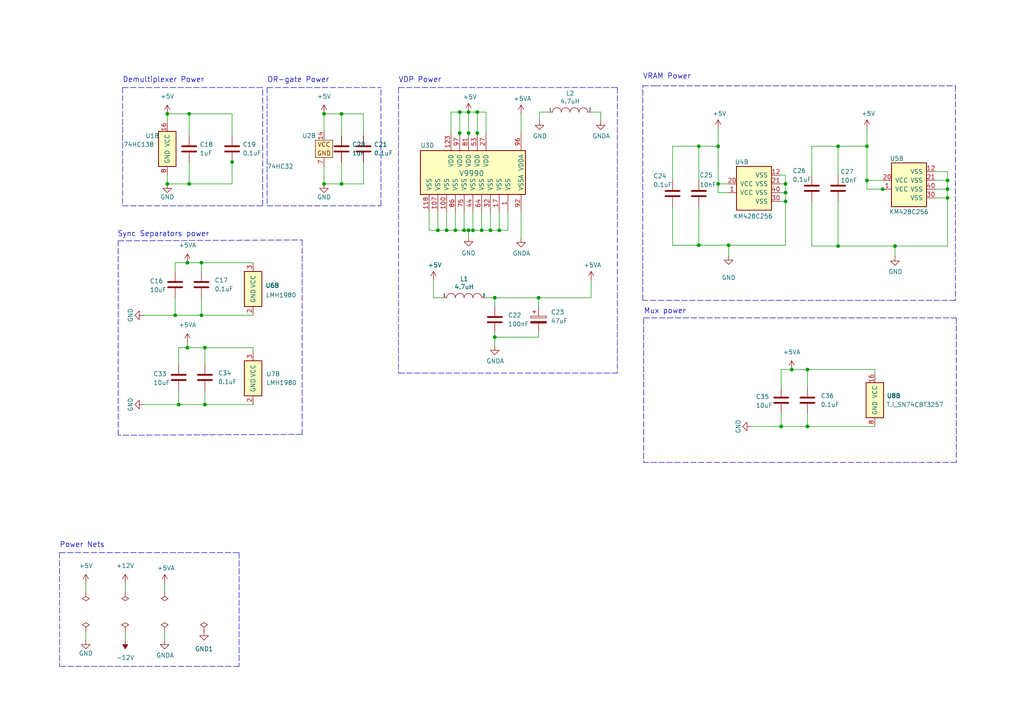
<source format=kicad_sch>
(kicad_sch (version 20211123) (generator eeschema)
  (paper "A4")
  (title_block (title "TRH9000S (Superimpose)") (date "2022-11-25") (rev "0.1") (company "The Retro Hacker") (comment 2 "Shared under CERN-OHL-S license") (comment 3 "TRH9000S - Open Source MSX Graphics Card based on the Yamaha V9990") (comment 4 "Designed  by: Cristiano Goncalves"))
  (lib_symbols
    (symbol "Device:C" (pin_numbers hide) (pin_names (offset 0.254))
      (property "Reference" "C" (at 0.635 2.54 0))
      (property "Value" "C" (at 0.635 -2.54 0))
      (symbol "C_1_1"
        (pin passive line (at 0 3.81 270) (length 2.794) (name "~") (number "1"))
        (pin passive line (at 0 -3.81 90) (length 2.794) (name "~") (number "2"))
      )
    )
    (symbol "Device:C_Polarized" (pin_numbers hide) (pin_names (offset 0.254))
      (property "Reference" "C" (at 0.635 2.54 0))
      (property "Value" "C_Polarized" (at 0.635 -2.54 0))
      (symbol "C_Polarized_1_1"
        (pin passive line (at 0 3.81 270) (length 2.794) (name "~") (number "1"))
        (pin passive line (at 0 -3.81 90) (length 2.794) (name "~") (number "2"))
      )
    )
    (symbol "KM428C256_1" (pin_names (offset 1.016))
      (property "Reference" "U4" (at -11.43 24.13 0))
      (property "Value" "KM428C256_1" (at -6.35 -31.75 0))
      (symbol "KM428C256_1_1_1"
        (pin bidirectional line (at 15.24 15.24 180) (length 2.54) (name "W2/DQ2") (number "10"))
        (pin bidirectional line (at 15.24 12.7 180) (length 2.54) (name "W3/DQ3") (number "11"))
        (pin input line (at -15.24 -12.7 0) (length 2.54) (name "~{WB}/~{WE}") (number "13"))
        (pin input line (at -15.24 -5.08 0) (length 2.54) (name "~{RAS}") (number "14"))
        (pin input line (at -15.24 0 0) (length 2.54) (name "A8") (number "15"))
        (pin input line (at -15.24 2.54 0) (length 2.54) (name "A7") (number "16"))
        (pin input line (at -15.24 5.08 0) (length 2.54) (name "A6") (number "17"))
        (pin input line (at -15.24 7.62 0) (length 2.54) (name "A5") (number "18"))
        (pin input line (at -15.24 10.16 0) (length 2.54) (name "A4") (number "19"))
        (pin input line (at 15.24 -25.4 180) (length 2.54) (name "SC") (number "2"))
        (pin input line (at -15.24 12.7 0) (length 2.54) (name "A3") (number "22"))
        (pin input line (at -15.24 15.24 0) (length 2.54) (name "A2") (number "23"))
        (pin input line (at -15.24 17.78 0) (length 2.54) (name "A1") (number "24"))
        (pin input line (at -15.24 20.32 0) (length 2.54) (name "A0") (number "25"))
        (pin input line (at -15.24 -22.86 0) (length 2.54) (name "QSF") (number "26"))
        (pin input line (at -15.24 -7.62 0) (length 2.54) (name "~{CAS}") (number "27"))
        (pin no_connect line (at 10.16 0 180) (length 2.54) hide (name "N/C") (number "28"))
        (pin input line (at -15.24 -25.4 0) (length 2.54) (name "DSF") (number "29"))
        (pin bidirectional line (at 15.24 -2.54 180) (length 2.54) (name "SDQ0") (number "3"))
        (pin bidirectional line (at 15.24 10.16 180) (length 2.54) (name "W4/DQ4") (number "31"))
        (pin bidirectional line (at 15.24 7.62 180) (length 2.54) (name "W5/DQ5") (number "32"))
        (pin bidirectional line (at 15.24 5.08 180) (length 2.54) (name "W6/DQ6") (number "33"))
        (pin bidirectional line (at 15.24 2.54 180) (length 2.54) (name "W7/DQ7") (number "34"))
        (pin input line (at 15.24 -27.94 180) (length 2.54) (name "~{SE}") (number "35"))
        (pin bidirectional line (at 15.24 -12.7 180) (length 2.54) (name "SDQ4") (number "36"))
        (pin bidirectional line (at 15.24 -15.24 180) (length 2.54) (name "SDQ5") (number "37"))
        (pin bidirectional line (at 15.24 -17.78 180) (length 2.54) (name "SDQ6") (number "38"))
        (pin bidirectional line (at 15.24 -20.32 180) (length 2.54) (name "SDQ7") (number "39"))
        (pin bidirectional line (at 15.24 -5.08 180) (length 2.54) (name "SDQ1") (number "4"))
        (pin bidirectional line (at 15.24 -7.62 180) (length 2.54) (name "SDQ2") (number "5"))
        (pin bidirectional line (at 15.24 -10.16 180) (length 2.54) (name "SDQ3") (number "6"))
        (pin input line (at -15.24 -10.16 0) (length 2.54) (name "~{DT}/~{OE}") (number "7"))
        (pin bidirectional line (at 15.24 20.32 180) (length 2.54) (name "W0/DQ0") (number "8"))
        (pin bidirectional line (at 15.24 17.78 180) (length 2.54) (name "W1/DQ1") (number "9"))
      )
      (symbol "KM428C256_1_2_1"
        (pin power_in line (at 0 7.62 270) (length 2.54) (name "VCC") (number "1"))
        (pin power_in line (at 5.08 -7.62 90) (length 2.54) (name "VSS") (number "12"))
        (pin power_in line (at 2.54 7.62 270) (length 2.54) (name "VCC") (number "20"))
        (pin power_in line (at 2.54 -7.62 90) (length 2.54) (name "VSS") (number "21"))
        (pin power_in line (at -2.54 -7.62 90) (length 2.54) (name "VSS") (number "30"))
        (pin power_in line (at 0 -7.62 90) (length 2.54) (name "VSS") (number "40"))
      )
    )
    (symbol "TRH9000:74VHC138" (pin_names (offset 0.762))
      (property "Reference" "U1" (at -6.35 13.97 0))
      (property "Value" "74VHC138" (at -6.35 -13.97 0))
      (symbol "74VHC138_1_0"
        (text "&" (at -3.81 10.795 0) (effects (font (size 1.27 1.27))))
      )
      (symbol "74VHC138_1_1"
        (pin input line (at -8.89 -3.81 0) (length 2.54) (name "A0") (number "1"))
        (pin output line (at 10.16 -5.08 180) (length 2.54) (name "~{Y5}") (number "10"))
        (pin output line (at 10.16 -2.54 180) (length 2.54) (name "~{Y4}") (number "11"))
        (pin output line (at 10.16 0 180) (length 2.54) (name "~{Y3}") (number "12"))
        (pin output line (at 10.16 2.54 180) (length 2.54) (name "~{Y2}") (number "13"))
        (pin output line (at 10.16 5.08 180) (length 2.54) (name "~{Y1}") (number "14"))
        (pin output line (at 10.16 7.62 180) (length 2.54) (name "~{Y0}") (number "15"))
        (pin input line (at -8.89 -6.35 0) (length 2.54) (name "A1") (number "2"))
        (pin input line (at -8.89 -8.89 0) (length 2.54) (name "A2") (number "3"))
        (pin input line (at -8.89 7.62 0) (length 2.54) (name "~{G2A}") (number "4"))
        (pin input line (at -8.89 5.08 0) (length 2.54) (name "~{G2B}") (number "5"))
        (pin input line (at -8.89 2.54 0) (length 2.54) (name "G1") (number "6"))
        (pin output line (at 10.16 -10.16 180) (length 2.54) (name "~{Y7}") (number "7"))
        (pin output line (at 10.16 -7.62 180) (length 2.54) (name "~{Y6}") (number "9"))
      )
      (symbol "74VHC138_2_0"
        (pin power_in line (at 0 7.62 270) (length 2.54) (name "VCC") (number "16"))
      )
      (symbol "74VHC138_2_1"
        (pin power_in line (at 0 -7.62 90) (length 2.54) (name "GND") (number "8"))
      )
    )
    (symbol "TRH9000:KM428C256" (pin_names (offset 1.016))
      (property "Reference" "U4" (at -11.43 24.13 0))
      (property "Value" "KM428C256" (at -6.35 -31.75 0))
      (symbol "KM428C256_1_1"
        (pin bidirectional line (at 15.24 15.24 180) (length 2.54) (name "W2/DQ2") (number "10"))
        (pin bidirectional line (at 15.24 12.7 180) (length 2.54) (name "W3/DQ3") (number "11"))
        (pin input line (at -15.24 -12.7 0) (length 2.54) (name "~{WB}/~{WE}") (number "13"))
        (pin input line (at -15.24 -5.08 0) (length 2.54) (name "~{RAS}") (number "14"))
        (pin input line (at -15.24 0 0) (length 2.54) (name "A8") (number "15"))
        (pin input line (at -15.24 2.54 0) (length 2.54) (name "A7") (number "16"))
        (pin input line (at -15.24 5.08 0) (length 2.54) (name "A6") (number "17"))
        (pin input line (at -15.24 7.62 0) (length 2.54) (name "A5") (number "18"))
        (pin input line (at -15.24 10.16 0) (length 2.54) (name "A4") (number "19"))
        (pin input line (at 15.24 -25.4 180) (length 2.54) (name "SC") (number "2"))
        (pin input line (at -15.24 12.7 0) (length 2.54) (name "A3") (number "22"))
        (pin input line (at -15.24 15.24 0) (length 2.54) (name "A2") (number "23"))
        (pin input line (at -15.24 17.78 0) (length 2.54) (name "A1") (number "24"))
        (pin input line (at -15.24 20.32 0) (length 2.54) (name "A0") (number "25"))
        (pin input line (at -15.24 -22.86 0) (length 2.54) (name "QSF") (number "26"))
        (pin input line (at -15.24 -7.62 0) (length 2.54) (name "~{CAS}") (number "27"))
        (pin no_connect line (at 10.16 0 180) (length 2.54) hide (name "N/C") (number "28"))
        (pin input line (at -15.24 -25.4 0) (length 2.54) (name "DSF") (number "29"))
        (pin bidirectional line (at 15.24 -2.54 180) (length 2.54) (name "SDQ0") (number "3"))
        (pin bidirectional line (at 15.24 10.16 180) (length 2.54) (name "W4/DQ4") (number "31"))
        (pin bidirectional line (at 15.24 7.62 180) (length 2.54) (name "W5/DQ5") (number "32"))
        (pin bidirectional line (at 15.24 5.08 180) (length 2.54) (name "W6/DQ6") (number "33"))
        (pin bidirectional line (at 15.24 2.54 180) (length 2.54) (name "W7/DQ7") (number "34"))
        (pin input line (at 15.24 -27.94 180) (length 2.54) (name "~{SE}") (number "35"))
        (pin bidirectional line (at 15.24 -12.7 180) (length 2.54) (name "SDQ4") (number "36"))
        (pin bidirectional line (at 15.24 -15.24 180) (length 2.54) (name "SDQ5") (number "37"))
        (pin bidirectional line (at 15.24 -17.78 180) (length 2.54) (name "SDQ6") (number "38"))
        (pin bidirectional line (at 15.24 -20.32 180) (length 2.54) (name "SDQ7") (number "39"))
        (pin bidirectional line (at 15.24 -5.08 180) (length 2.54) (name "SDQ1") (number "4"))
        (pin bidirectional line (at 15.24 -7.62 180) (length 2.54) (name "SDQ2") (number "5"))
        (pin bidirectional line (at 15.24 -10.16 180) (length 2.54) (name "SDQ3") (number "6"))
        (pin input line (at -15.24 -10.16 0) (length 2.54) (name "~{DT}/~{OE}") (number "7"))
        (pin bidirectional line (at 15.24 20.32 180) (length 2.54) (name "W0/DQ0") (number "8"))
        (pin bidirectional line (at 15.24 17.78 180) (length 2.54) (name "W1/DQ1") (number "9"))
      )
      (symbol "KM428C256_2_1"
        (pin power_in line (at 0 7.62 270) (length 2.54) (name "VCC") (number "1"))
        (pin power_in line (at 5.08 -7.62 90) (length 2.54) (name "VSS") (number "12"))
        (pin power_in line (at 2.54 7.62 270) (length 2.54) (name "VCC") (number "20"))
        (pin power_in line (at 2.54 -7.62 90) (length 2.54) (name "VSS") (number "21"))
        (pin power_in line (at -2.54 -7.62 90) (length 2.54) (name "VSS") (number "30"))
        (pin power_in line (at 0 -7.62 90) (length 2.54) (name "VSS") (number "40"))
      )
    )
    (symbol "TRH9000:LMH1980" (pin_names (offset 1.016))
      (property "Reference" "U6" (at 0 14.4018 0))
      (property "Value" "LMH1980" (at 0 12.0904 0))
      (symbol "LMH1980_1_1"
        (pin input line (at -10.16 0 0) (length 2.54) (name "REXT") (number "1"))
        (pin output line (at 10.16 -5.08 180) (length 2.54) (name "OEOUT") (number "10"))
        (pin input line (at -10.16 2.54 0) (length 2.54) (name "VIN") (number "4"))
        (pin output line (at 10.16 7.62 180) (length 2.54) (name "~{HD}") (number "5"))
        (pin output line (at 10.16 5.08 180) (length 2.54) (name "HSOUT") (number "6"))
        (pin output line (at 10.16 2.54 180) (length 2.54) (name "VSOUT") (number "7"))
        (pin output line (at 10.16 0 180) (length 2.54) (name "CSOUT") (number "8"))
        (pin output line (at 10.16 -2.54 180) (length 2.54) (name "BPOUT") (number "9"))
      )
      (symbol "LMH1980_2_1"
        (pin power_in line (at 0 -7.62 90) (length 2.54) (name "GND") (number "2"))
        (pin power_in line (at 0 7.62 270) (length 2.54) (name "VCC") (number "3"))
      )
    )
    (symbol "TRH9000:T.I_SN74AHCT32D" (pin_names (offset 1))
      (property "Reference" "U5" (at -22.86 17.78 0))
      (property "Value" "T.I_SN74AHCT32D" (at -22.86 15.24 0))
      (symbol "T.I_SN74AHCT32D_1_1"
        (pin input line (at -10.16 10.16 0) (length 2.54) (name "1A") (number "1"))
        (pin input line (at -10.16 -2.54 0) (length 2.54) (name "3B") (number "10"))
        (pin output line (at 10.16 -7.62 180) (length 2.54) (name "4Y") (number "11"))
        (pin input line (at -10.16 -5.08 0) (length 2.54) (name "4A") (number "12"))
        (pin input line (at -10.16 -7.62 0) (length 2.54) (name "4B") (number "13"))
        (pin input line (at -10.16 7.62 0) (length 2.54) (name "1B") (number "2"))
        (pin output line (at 10.16 7.62 180) (length 2.54) (name "1Y") (number "3"))
        (pin input line (at -10.16 5.08 0) (length 2.54) (name "2A") (number "4"))
        (pin input line (at -10.16 2.54 0) (length 2.54) (name "2B") (number "5"))
        (pin output line (at 10.16 2.54 180) (length 2.54) (name "2Y") (number "6"))
        (pin output line (at 10.16 -2.54 180) (length 2.54) (name "3Y") (number "8"))
        (pin input line (at -10.16 0 0) (length 2.54) (name "3A") (number "9"))
      )
      (symbol "T.I_SN74AHCT32D_2_0"
        (text "GND" (at 0 -1.27 0) (effects (font (size 1.27 1.27))))
        (text "VCC" (at 0 1.27 0) (effects (font (size 1.27 1.27))))
      )
      (symbol "T.I_SN74AHCT32D_2_1"
        (pin power_in line (at 0 5.08 270) (length 2.54) (name "VCC") (number "14"))
        (pin power_in line (at 0 -5.08 90) (length 2.54) (name "GND") (number "7"))
      )
    )
    (symbol "TRH9000:T.I_SN74CBT3257" (pin_names (offset 0.762))
      (property "Reference" "U7" (at 5.08 16.51 0))
      (property "Value" "T.I_SN74CBT3257" (at 1.27 -16.51 0))
      (symbol "T.I_SN74CBT3257_1_0"
        (text "Control" (at -3.175 12.065 0) (effects (font (size 0.8 0.8))))
        (text "Select" (at -3.429 13.462 0) (effects (font (size 0.8 0.8))))
      )
      (symbol "T.I_SN74CBT3257_1_1"
        (pin input line (at -10.16 12.7 0) (length 2.54) (name "S") (number "1"))
        (pin bidirectional line (at -10.16 -7.62 0) (length 2.54) (name "3B2") (number "10"))
        (pin bidirectional line (at -10.16 -5.08 0) (length 2.54) (name "3B1") (number "11"))
        (pin bidirectional line (at 10.16 -2.54 180) (length 2.54) (name "4A") (number "12"))
        (pin bidirectional line (at -10.16 -12.7 0) (length 2.54) (name "4B2") (number "13"))
        (pin bidirectional line (at -10.16 -10.16 0) (length 2.54) (name "4B1") (number "14"))
        (pin input line (at -10.16 10.16 0) (length 2.54) (name "~{OE}") (number "15"))
        (pin bidirectional line (at -10.16 5.08 0) (length 2.54) (name "1B1") (number "2"))
        (pin bidirectional line (at -10.16 2.54 0) (length 2.54) (name "1B2") (number "3"))
        (pin bidirectional line (at 10.16 5.08 180) (length 2.54) (name "1A") (number "4"))
        (pin bidirectional line (at -10.16 0 0) (length 2.54) (name "2B1") (number "5"))
        (pin bidirectional line (at -10.16 -2.54 0) (length 2.54) (name "2B2") (number "6"))
        (pin bidirectional line (at 10.16 2.54 180) (length 2.54) (name "2A") (number "7"))
        (pin bidirectional line (at 10.16 0 180) (length 2.54) (name "3A") (number "9"))
      )
      (symbol "T.I_SN74CBT3257_2_0"
        (pin power_in line (at 0 7.62 270) (length 2.54) (name "VCC") (number "16"))
      )
      (symbol "T.I_SN74CBT3257_2_1"
        (pin power_in line (at 0 -7.62 90) (length 2.54) (name "GND") (number "8"))
      )
    )
    (symbol "TRH9000:V9990" (pin_names (offset 1.016))
      (property "Reference" "U" (at -12.7 60.96 0))
      (property "Value" "V9990" (at -2.54 -76.2 0))
      (symbol "V9990_1_0"
        (text "CPU Interface" (at 0 29.21 0) (effects (font (size 1.27 1.27))))
        (pin input line (at -15.24 20.32 0) (length 5.08) (name "~{VMREQ}") (number "124"))
        (pin open_emitter line (at 15.24 20.32 180) (length 5.08) (name "~{DREQ}") (number "125"))
        (pin open_collector line (at 15.24 15.24 180) (length 5.08) (name "~{INT0}") (number "126"))
        (pin input line (at -15.24 10.16 0) (length 5.08) (name "MODE2") (number "6"))
        (pin input line (at -15.24 7.62 0) (length 5.08) (name "MODE3") (number "7"))
      )
      (symbol "V9990_1_1"
        (pin input line (at -15.24 25.4 0) (length 5.08) (name "~{RESET}") (number "110"))
        (pin tri_state line (at -15.24 2.54 0) (length 5.08) (name "CD0") (number "114"))
        (pin tri_state line (at -15.24 0 0) (length 5.08) (name "CD1") (number "115"))
        (pin tri_state line (at -15.24 -2.54 0) (length 5.08) (name "CD2") (number "116"))
        (pin tri_state line (at -15.24 -5.08 0) (length 5.08) (name "CD3") (number "117"))
        (pin tri_state line (at -15.24 -7.62 0) (length 5.08) (name "CD4") (number "119"))
        (pin tri_state line (at -15.24 -10.16 0) (length 5.08) (name "CD5") (number "120"))
        (pin tri_state line (at -15.24 -12.7 0) (length 5.08) (name "CD6") (number "121"))
        (pin tri_state line (at -15.24 -15.24 0) (length 5.08) (name "CD7") (number "122"))
        (pin open_collector line (at 15.24 12.7 180) (length 5.08) (name "~{INT1}") (number "127"))
        (pin output line (at 15.24 25.4 180) (length 5.08) (name "~{WAIT}") (number "128"))
        (pin input line (at -15.24 -22.86 0) (length 5.08) (name "~{CSW}") (number "2"))
        (pin input line (at -15.24 -20.32 0) (length 5.08) (name "~{CSR}") (number "3"))
        (pin input line (at -15.24 15.24 0) (length 5.08) (name "MODE0") (number "4"))
        (pin input line (at -15.24 12.7 0) (length 5.08) (name "MODE1") (number "5"))
      )
      (symbol "V9990_2_0"
        (text "Address Bus &" (at -11.43 -43.18 0) (effects (font (size 1.27 1.27)) (justify left)))
        (text "Kanji Output" (at -11.43 -45.72 0) (effects (font (size 1.27 1.27)) (justify left)))
        (text "PORT 0" (at 0 35.56 900) (effects (font (size 1.27 1.27))))
        (text "PORT 1" (at 0 -12.7 900) (effects (font (size 1.27 1.27))))
        (text "VRAM interface" (at 0 57.15 0) (effects (font (size 1.27 1.27))))
        (pin tri_state line (at 17.78 -58.42 180) (length 5.08) (name "KA15") (number "10"))
        (pin tri_state line (at 17.78 -55.88 180) (length 5.08) (name "KA14") (number "11"))
        (pin tri_state line (at 17.78 -53.34 180) (length 5.08) (name "KA13") (number "12"))
        (pin tri_state line (at 17.78 -50.8 180) (length 5.08) (name "KA12") (number "13"))
        (pin tri_state line (at 17.78 -48.26 180) (length 5.08) (name "KA11") (number "14"))
        (pin tri_state line (at 17.78 -45.72 180) (length 5.08) (name "KA10") (number "15"))
        (pin tri_state line (at 17.78 -43.18 180) (length 5.08) (name "KA9") (number "16"))
        (pin tri_state line (at 17.78 10.16 180) (length 5.08) (name "V0_A8/KA8") (number "18"))
        (pin tri_state line (at 17.78 12.7 180) (length 5.08) (name "V0_A7/KA7") (number "19"))
        (pin tri_state line (at 17.78 15.24 180) (length 5.08) (name "V0_A6/KA6") (number "20"))
        (pin tri_state line (at 17.78 17.78 180) (length 5.08) (name "V0_A5/KA5") (number "21"))
        (pin tri_state line (at 17.78 20.32 180) (length 5.08) (name "V0_A4/KA4") (number "22"))
        (pin tri_state line (at 17.78 22.86 180) (length 5.08) (name "V0_A3/KA3") (number "23"))
        (pin tri_state line (at 17.78 25.4 180) (length 5.08) (name "V0_A2/KA2") (number "24"))
        (pin tri_state line (at 17.78 27.94 180) (length 5.08) (name "V0_A1/KA1") (number "25"))
        (pin tri_state line (at 17.78 30.48 180) (length 5.08) (name "V0_A0/KA0") (number "26"))
        (pin output line (at 17.78 35.56 180) (length 5.08) (name "~{KOE}") (number "37"))
        (pin tri_state line (at 17.78 43.18 180) (length 5.08) (name "~{V0_WE}") (number "40"))
        (pin output line (at 17.78 53.34 180) (length 5.08) (name "~{V0_TR/OE}") (number "41"))
        (pin output clock (at 17.78 40.64 180) (length 5.08) (name "~{V0_SC}") (number "42"))
        (pin output line (at 17.78 50.8 180) (length 5.08) (name "~{V0_SOE}") (number "43"))
        (pin input line (at -17.78 35.56 0) (length 5.08) (name "V0_S7") (number "45"))
        (pin input line (at -17.78 38.1 0) (length 5.08) (name "V0_S6") (number "46"))
        (pin input line (at -17.78 40.64 0) (length 5.08) (name "V0_S5") (number "47"))
        (pin input line (at -17.78 43.18 0) (length 5.08) (name "V0_S4") (number "48"))
        (pin input line (at -17.78 45.72 0) (length 5.08) (name "V0_S3") (number "49"))
        (pin input line (at -17.78 48.26 0) (length 5.08) (name "V0_S2") (number "50"))
        (pin input line (at -17.78 50.8 0) (length 5.08) (name "V0_S1") (number "51"))
        (pin input line (at -17.78 53.34 0) (length 5.08) (name "V0_S0") (number "52"))
        (pin tri_state line (at 17.78 -5.08 180) (length 5.08) (name "~{V1_WE}") (number "65"))
        (pin output line (at 17.78 5.08 180) (length 5.08) (name "~{V1_TR/OE}") (number "66"))
        (pin output clock (at 17.78 -7.62 180) (length 5.08) (name "V1_SC") (number "67"))
        (pin output line (at 17.78 2.54 180) (length 5.08) (name "~{V1_SOE}") (number "68"))
        (pin output line (at 17.78 -10.16 180) (length 5.08) (name "ASEL") (number "70"))
        (pin tri_state line (at 17.78 -38.1 180) (length 5.08) (name "V1_A8") (number "71"))
        (pin tri_state line (at 17.78 -35.56 180) (length 5.08) (name "V1_A7") (number "72"))
        (pin tri_state line (at 17.78 -33.02 180) (length 5.08) (name "V1_A6") (number "73"))
        (pin tri_state line (at 17.78 -30.48 180) (length 5.08) (name "V1_A5") (number "74"))
        (pin tri_state line (at 17.78 -27.94 180) (length 5.08) (name "V1_A4") (number "76"))
        (pin tri_state line (at 17.78 -25.4 180) (length 5.08) (name "V1_A3") (number "77"))
        (pin tri_state line (at 17.78 -22.86 180) (length 5.08) (name "V1_A2") (number "78"))
        (pin tri_state line (at 17.78 -20.32 180) (length 5.08) (name "V1_A1") (number "79"))
        (pin tri_state line (at 17.78 -63.5 180) (length 5.08) (name "KA17") (number "8"))
        (pin tri_state line (at 17.78 -17.78 180) (length 5.08) (name "V1_A0") (number "80"))
        (pin tri_state line (at 17.78 -60.96 180) (length 5.08) (name "KA16") (number "9"))
      )
      (symbol "V9990_2_1"
        (pin bidirectional line (at -17.78 12.7 0) (length 5.08) (name "V0_D7/KD7") (number "28"))
        (pin bidirectional line (at -17.78 15.24 0) (length 5.08) (name "V0_D6/KD6") (number "29"))
        (pin bidirectional line (at -17.78 17.78 0) (length 5.08) (name "V0_D5/KD5") (number "30"))
        (pin bidirectional line (at -17.78 20.32 0) (length 5.08) (name "V0_D4/KD4") (number "31"))
        (pin bidirectional line (at -17.78 22.86 0) (length 5.08) (name "V0_D3/KD3") (number "33"))
        (pin bidirectional line (at -17.78 25.4 0) (length 5.08) (name "V0_D2/KD2") (number "34"))
        (pin bidirectional line (at -17.78 27.94 0) (length 5.08) (name "V0_D1/KD1") (number "35"))
        (pin bidirectional line (at -17.78 30.48 0) (length 5.08) (name "V0_D0/KD0") (number "36"))
        (pin output line (at 17.78 45.72 180) (length 5.08) (name "~{V0_RAS}") (number "38"))
        (pin output line (at 17.78 48.26 180) (length 5.08) (name "~{V0_CAS}") (number "39"))
        (pin input line (at -17.78 -12.7 0) (length 5.08) (name "V1_S7") (number "54"))
        (pin input line (at -17.78 -10.16 0) (length 5.08) (name "V1_S6") (number "55"))
        (pin input line (at -17.78 -7.62 0) (length 5.08) (name "V1_S5") (number "56"))
        (pin input line (at -17.78 -5.08 0) (length 5.08) (name "V1_S4") (number "57"))
        (pin input line (at -17.78 -2.54 0) (length 5.08) (name "V1_S3") (number "58"))
        (pin input line (at -17.78 0 0) (length 5.08) (name "V1_S2") (number "59"))
        (pin input line (at -17.78 2.54 0) (length 5.08) (name "V1_S1") (number "60"))
        (pin input line (at -17.78 5.08 0) (length 5.08) (name "V1_S0") (number "61"))
        (pin output line (at 17.78 -2.54 180) (length 5.08) (name "~{V1_RAS}") (number "62"))
        (pin output line (at 17.78 0 180) (length 5.08) (name "~{V1_CAS}") (number "63"))
        (pin output line (at 17.78 38.1 180) (length 5.08) (name "~{VMBG}") (number "69"))
        (pin bidirectional line (at -17.78 -17.78 0) (length 5.08) (name "V1_D0") (number "82"))
        (pin bidirectional line (at -17.78 -20.32 0) (length 5.08) (name "V1_D1") (number "83"))
        (pin bidirectional line (at -17.78 -22.86 0) (length 5.08) (name "V1_D2") (number "84"))
        (pin bidirectional line (at -17.78 -25.4 0) (length 5.08) (name "V1_D3") (number "85"))
        (pin bidirectional line (at -17.78 -27.94 0) (length 5.08) (name "V1_D4") (number "87"))
        (pin bidirectional line (at -17.78 -30.48 0) (length 5.08) (name "V1_D5") (number "88"))
        (pin bidirectional line (at -17.78 -33.02 0) (length 5.08) (name "V1_D6") (number "89"))
        (pin bidirectional line (at -17.78 -35.56 0) (length 5.08) (name "V1_D7") (number "90"))
      )
      (symbol "V9990_3_0"
        (text "(14MHz)" (at -6.35 23.495 0) (effects (font (size 1 1))))
        (text "(21MHz)" (at 0 17.78 0) (effects (font (size 1 1))))
        (text "(3.58MHz)" (at -3.81 -7.62 0) (effects (font (size 1 1))))
        (text "(MCK÷2)" (at 0.635 25.4 0) (effects (font (size 0.75 0.75))))
        (text "(MCK÷4)" (at 0.635 22.987 0) (effects (font (size 0.75 0.75))))
        (text "/CB4" (at -6.985 8.636 0) (effects (font (size 0.85 0.85))))
        (text "/CB5" (at 3.81 8.636 0) (effects (font (size 0.85 0.85))))
        (text "CLOCK signals" (at 0 29.21 0) (effects (font (size 1.27 1.27))))
        (text "VIDEO interface" (at 0 13.97 0) (effects (font (size 1.27 1.27))))
        (text "~{HRESET}" (at -5.588 10.033 0) (effects (font (size 1.27 1.27))))
        (text "~{VRESET}" (at 5.588 10.033 0) (effects (font (size 1.27 1.27))))
        (pin input clock (at -15.24 25.4 0) (length 5.08) (name "MCKIN") (number "113"))
      )
      (symbol "V9990_3_1"
        (pin output line (at 15.24 -15.24 180) (length 5.08) (name "~{HSYNC/LC}") (number "101"))
        (pin output line (at 15.24 -17.78 180) (length 5.08) (name "~{CSYNC/FLM}") (number "102"))
        (pin output line (at 15.24 -22.86 180) (length 5.08) (name "~{BLANK/M}") (number "103"))
        (pin output clock (at 15.24 -25.4 180) (length 5.08) (name "SHCK") (number "104"))
        (pin bidirectional line (at -15.24 10.16 0) (length 5.08) (name "~{HRESET}/CB4") (number "105"))
        (pin bidirectional line (at 15.24 10.16 180) (length 5.08) (name "~{VRESET}/CB5") (number "106"))
        (pin output clock (at 15.24 -7.62 180) (length 5.08) (name "CB6/FSC") (number "108"))
        (pin output line (at 15.24 -10.16 180) (length 5.08) (name "CB7") (number "109"))
        (pin output clock (at 15.24 25.4 180) (length 5.08) (name "DHCLK") (number "111"))
        (pin output clock (at 15.24 22.86 180) (length 5.08) (name "DLCLK") (number "112"))
        (pin output line (at 15.24 -2.54 180) (length 5.08) (name "~{YS}/D0/CB0") (number "91"))
        (pin output line (at 15.24 5.08 180) (length 5.08) (name "R/D3/CB3") (number "93"))
        (pin output line (at 15.24 2.54 180) (length 5.08) (name "G/D2/CB2") (number "94"))
        (pin output line (at 15.24 0 180) (length 5.08) (name "B/D1/CB1") (number "95"))
        (pin input clock (at -15.24 17.78 0) (length 5.08) (name "XTAL1") (number "98"))
        (pin output clock (at 15.24 17.78 180) (length 5.08) (name "XTAL2") (number "99"))
      )
      (symbol "V9990_4_0"
        (pin power_in line (at -12.7 -12.7 90) (length 5.08) (name "VSS") (number "100"))
        (pin power_in line (at -15.24 -12.7 90) (length 5.08) (name "VSS") (number "107"))
        (pin power_in line (at -17.78 -12.7 90) (length 5.08) (name "VSS") (number "118"))
        (pin power_in line (at -11.43 10.16 270) (length 5.08) (name "VDD") (number "123"))
        (pin power_in line (at 2.54 -12.7 90) (length 5.08) (name "VSS") (number "17"))
        (pin power_in line (at 0 -12.7 90) (length 5.08) (name "VSS") (number "32"))
        (pin power_in line (at -5.08 -12.7 90) (length 5.08) (name "VSS") (number "44"))
        (pin power_in line (at -3.81 10.16 270) (length 5.08) (name "VDD") (number "53"))
        (pin power_in line (at -2.54 -12.7 90) (length 5.08) (name "VSS") (number "64"))
        (pin power_in line (at -7.62 -12.7 90) (length 5.08) (name "VSS") (number "75"))
        (pin power_in line (at -6.35 10.16 270) (length 5.08) (name "VDD") (number "81"))
        (pin power_in line (at -10.16 -12.7 90) (length 5.08) (name "VSS") (number "86"))
        (pin power_in line (at 8.89 -12.7 90) (length 5.08) (name "VSSA") (number "92"))
        (pin power_in line (at -8.89 10.16 270) (length 5.08) (name "VDD") (number "97"))
      )
      (symbol "V9990_4_1"
        (pin power_in line (at 5.08 -12.7 90) (length 5.08) (name "VSS") (number "1"))
        (pin power_in line (at -1.27 10.16 270) (length 5.08) (name "VDD") (number "27"))
        (pin power_in line (at 8.89 10.16 270) (length 5.08) (name "VDDA") (number "96"))
      )
    )
    (symbol "power:+12V" (power) (pin_names (offset 0))
      (property "Value" "+12V" (at 0 3.556 0))
      (symbol "+12V_1_1"
        (pin power_in line (at 0 0 90) (length 0) hide (name "+12V") (number "1"))
      )
    )
    (symbol "power:+5V" (power) (pin_names (offset 0))
      (property "Value" "+5V" (at 0 3.556 0))
      (symbol "+5V_1_1"
        (pin power_in line (at 0 0 90) (length 0) hide (name "+5V") (number "1"))
      )
    )
    (symbol "power:+5VA" (power) (pin_names (offset 0))
      (property "Value" "+5VA" (at 0 3.556 0))
      (symbol "+5VA_1_1"
        (pin power_in line (at 0 0 90) (length 0) hide (name "+5VA") (number "1"))
      )
    )
    (symbol "power:-12V" (power) (pin_names (offset 0))
      (property "Value" "-12V" (at 0 3.81 0))
      (symbol "-12V_0_0"
        (pin power_in line (at 0 0 90) (length 0) hide (name "-12V") (number "1"))
      )
    )
    (symbol "power:GND" (power) (pin_names (offset 0))
      (property "Value" "GND" (at 0 -3.81 0))
      (symbol "GND_1_1"
        (pin power_in line (at 0 0 270) (length 0) hide (name "GND") (number "1"))
      )
    )
    (symbol "power:GND1" (power) (pin_names (offset 0))
      (property "Value" "GND1" (at 0 -3.81 0))
      (symbol "GND1_1_1"
        (pin power_in line (at 0 0 270) (length 0) hide (name "GND1") (number "1"))
      )
    )
    (symbol "power:GNDA" (power) (pin_names (offset 0))
      (property "Value" "GNDA" (at 0 -3.81 0))
      (symbol "GNDA_1_1"
        (pin power_in line (at 0 0 270) (length 0) hide (name "GNDA") (number "1"))
      )
    )
    (symbol "power:PWR_FLAG" (power) (pin_numbers hide) (pin_names (offset 0) hide)
      (property "Value" "PWR_FLAG" (at 0 3.81 0))
      (symbol "PWR_FLAG_0_0"
        (pin power_out line (at 0 0 90) (length 0) (name "pwr") (number "1"))
      )
    )
    (symbol "pspice:INDUCTOR" (pin_numbers hide) (pin_names (offset 0))
      (property "Reference" "L" (at 0 2.54 0))
      (property "Value" "INDUCTOR" (at 0 -1.27 0))
      (symbol "INDUCTOR_1_1"
        (pin input line (at -6.35 0 0) (length 1.27) (name "1") (number "1"))
        (pin input line (at 6.35 0 180) (length 1.27) (name "2") (number "2"))
      )
    )
  )
  (junction (at 99.06 53.34))
  (junction (at 202.692 42.418))
  (junction (at 202.692 71.12))
  (junction (at 132.08 66.802))
  (junction (at 48.514 53.34))
  (junction (at 127 66.802))
  (junction (at 93.98 53.34))
  (junction (at 142.24 66.802))
  (junction (at 58.42 76.2))
  (junction (at 54.864 53.34))
  (junction (at 227.838 55.88))
  (junction (at 234.188 123.698))
  (junction (at 54.356 100.838))
  (junction (at 48.514 33.02))
  (junction (at 134.62 66.802))
  (junction (at 67.31 46.99))
  (junction (at 58.42 91.44))
  (junction (at 251.46 42.418))
  (junction (at 274.828 54.864))
  (junction (at 274.828 52.324))
  (junction (at 226.568 123.698))
  (junction (at 156.21 86.36))
  (junction (at 256.032 54.864))
  (junction (at 50.8 91.44))
  (junction (at 243.078 71.374))
  (junction (at 227.838 53.34))
  (junction (at 243.078 42.418))
  (junction (at 208.28 42.418))
  (junction (at 135.89 32.512))
  (junction (at 54.356 76.2))
  (junction (at 229.616 107.188))
  (junction (at 137.16 66.802))
  (junction (at 138.43 38.608))
  (junction (at 93.98 33.02))
  (junction (at 135.89 66.802))
  (junction (at 259.588 71.374))
  (junction (at 133.35 38.608))
  (junction (at 208.28 53.34))
  (junction (at 59.436 100.838))
  (junction (at 51.816 117.348))
  (junction (at 139.7 66.802))
  (junction (at 138.43 32.512))
  (junction (at 143.51 97.79))
  (junction (at 234.188 107.188))
  (junction (at 143.51 86.36))
  (junction (at 59.436 117.348))
  (junction (at 99.06 33.02))
  (junction (at 144.78 66.802))
  (junction (at 133.35 32.512))
  (junction (at 54.864 33.02))
  (junction (at 227.838 58.42))
  (junction (at 129.54 66.802))
  (junction (at 135.89 38.608))
  (junction (at 211.328 71.12))
  (junction (at 251.46 52.324))
  (junction (at 274.828 57.404))
  (wire (pts (xy 251.46 37.338) (xy 251.46 42.418)))
  (polyline (pts (xy 277.368 92.202) (xy 277.368 134.112)))
  (wire (pts (xy 234.188 119.888) (xy 234.188 123.698)))
  (wire (pts (xy 135.89 38.608) (xy 135.89 32.512)))
  (wire (pts (xy 226.568 123.698) (xy 234.188 123.698)))
  (wire (pts (xy 202.692 71.12) (xy 211.328 71.12)))
  (wire (pts (xy 54.864 33.02) (xy 48.514 33.02)))
  (wire (pts (xy 208.28 53.34) (xy 208.28 55.88)))
  (wire (pts (xy 253.746 107.188) (xy 234.188 107.188)))
  (wire (pts (xy 151.13 33.02) (xy 151.13 38.608)))
  (wire (pts (xy 271.272 49.784) (xy 274.828 49.784)))
  (wire (pts (xy 144.78 61.468) (xy 144.78 66.802)))
  (wire (pts (xy 234.188 107.188) (xy 234.188 112.268)))
  (wire (pts (xy 51.816 105.664) (xy 51.816 100.838)))
  (wire (pts (xy 151.13 61.468) (xy 151.13 69.088)))
  (wire (pts (xy 274.828 71.374) (xy 274.828 57.404)))
  (wire (pts (xy 195.072 71.12) (xy 202.692 71.12)))
  (polyline (pts (xy 35.56 59.69) (xy 76.2 59.69)))
  (wire (pts (xy 208.28 53.34) (xy 211.074 53.34)))
  (wire (pts (xy 251.46 54.864) (xy 256.032 54.864)))
  (wire (pts (xy 51.816 113.284) (xy 51.816 117.348)))
  (wire (pts (xy 73.406 117.348) (xy 59.436 117.348)))
  (polyline (pts (xy 34.29 69.85) (xy 87.63 69.596)))
  (wire (pts (xy 274.828 52.324) (xy 274.828 54.864)))
  (polyline (pts (xy 186.436 87.122) (xy 186.436 24.892)))
  (wire (pts (xy 227.838 58.42) (xy 226.314 58.42)))
  (wire (pts (xy 140.97 32.512) (xy 140.97 38.608)))
  (wire (pts (xy 171.45 86.36) (xy 171.45 81.28)))
  (wire (pts (xy 243.078 42.418) (xy 251.46 42.418)))
  (wire (pts (xy 235.458 42.418) (xy 235.458 50.8)))
  (wire (pts (xy 243.078 50.8) (xy 243.078 42.418)))
  (polyline (pts (xy 77.47 59.69) (xy 110.49 59.69)))
  (wire (pts (xy 142.24 61.468) (xy 142.24 66.802)))
  (wire (pts (xy 132.08 66.802) (xy 134.62 66.802)))
  (wire (pts (xy 73.406 102.108) (xy 73.406 100.838)))
  (wire (pts (xy 227.838 53.34) (xy 227.838 55.88)))
  (wire (pts (xy 105.41 53.34) (xy 99.06 53.34)))
  (polyline (pts (xy 69.342 160.274) (xy 69.342 193.294)))
  (wire (pts (xy 134.62 66.802) (xy 135.89 66.802)))
  (wire (pts (xy 256.032 54.864) (xy 256.286 54.864)))
  (wire (pts (xy 59.436 113.284) (xy 59.436 117.348)))
  (wire (pts (xy 143.51 96.52) (xy 143.51 97.79)))
  (wire (pts (xy 54.864 39.37) (xy 54.864 33.02)))
  (wire (pts (xy 24.892 169.164) (xy 24.892 171.704)))
  (wire (pts (xy 93.98 33.02) (xy 93.98 38.1)))
  (wire (pts (xy 195.072 71.12) (xy 195.072 59.944)))
  (polyline (pts (xy 179.07 25.4) (xy 179.07 108.204)))
  (wire (pts (xy 58.42 76.2) (xy 73.406 76.2)))
  (wire (pts (xy 127 66.802) (xy 129.54 66.802)))
  (wire (pts (xy 202.692 42.418) (xy 202.692 52.324)))
  (wire (pts (xy 138.43 38.608) (xy 138.43 38.862)))
  (wire (pts (xy 202.692 42.418) (xy 208.28 42.418)))
  (wire (pts (xy 227.838 58.42) (xy 227.838 71.12)))
  (polyline (pts (xy 186.69 92.202) (xy 277.368 92.202)))
  (wire (pts (xy 138.43 32.512) (xy 138.43 38.608)))
  (wire (pts (xy 156.21 97.79) (xy 143.51 97.79)))
  (wire (pts (xy 271.272 54.864) (xy 274.828 54.864)))
  (wire (pts (xy 130.81 32.512) (xy 133.35 32.512)))
  (wire (pts (xy 73.406 100.838) (xy 59.436 100.838)))
  (wire (pts (xy 227.838 53.34) (xy 226.314 53.34)))
  (wire (pts (xy 243.078 58.42) (xy 243.078 71.374)))
  (wire (pts (xy 67.31 46.99) (xy 67.31 53.34)))
  (wire (pts (xy 99.06 33.02) (xy 99.06 39.37)))
  (wire (pts (xy 47.752 185.674) (xy 47.752 183.134)))
  (wire (pts (xy 137.16 61.468) (xy 137.16 66.802)))
  (wire (pts (xy 195.072 42.418) (xy 202.692 42.418)))
  (wire (pts (xy 54.356 76.2) (xy 50.8 76.2)))
  (wire (pts (xy 67.31 39.37) (xy 67.31 33.02)))
  (polyline (pts (xy 76.2 59.69) (xy 76.2 25.4)))
  (wire (pts (xy 67.31 46.736) (xy 67.31 46.99)))
  (wire (pts (xy 174.244 35.052) (xy 174.244 32.512)))
  (wire (pts (xy 147.32 61.468) (xy 147.32 66.802)))
  (polyline (pts (xy 277.368 134.112) (xy 186.69 134.112)))
  (wire (pts (xy 139.7 66.802) (xy 142.24 66.802)))
  (wire (pts (xy 54.356 76.2) (xy 58.42 76.2)))
  (wire (pts (xy 133.35 32.512) (xy 135.89 32.512)))
  (polyline (pts (xy 77.47 25.4) (xy 110.49 25.4)))
  (wire (pts (xy 41.656 91.44) (xy 50.8 91.44)))
  (wire (pts (xy 139.7 61.468) (xy 139.7 66.802)))
  (wire (pts (xy 24.892 183.134) (xy 24.892 185.674)))
  (wire (pts (xy 202.692 59.944) (xy 202.692 71.12)))
  (polyline (pts (xy 189.992 24.892) (xy 277.114 24.892)))
  (wire (pts (xy 125.73 81.28) (xy 125.73 86.36)))
  (polyline (pts (xy 179.07 108.204) (xy 115.57 108.204)))
  (polyline (pts (xy 34.29 126.238) (xy 34.29 69.85)))
  (wire (pts (xy 105.41 39.37) (xy 105.41 33.02)))
  (wire (pts (xy 226.568 112.268) (xy 226.568 107.188)))
  (wire (pts (xy 235.458 71.374) (xy 235.458 58.42)))
  (wire (pts (xy 137.16 66.802) (xy 139.7 66.802)))
  (wire (pts (xy 144.78 66.802) (xy 147.32 66.802)))
  (wire (pts (xy 235.458 71.374) (xy 243.078 71.374)))
  (wire (pts (xy 156.21 86.36) (xy 171.45 86.36)))
  (wire (pts (xy 159.004 32.512) (xy 156.464 32.512)))
  (wire (pts (xy 59.436 117.348) (xy 51.816 117.348)))
  (wire (pts (xy 227.838 55.88) (xy 227.838 58.42)))
  (wire (pts (xy 54.356 99.314) (xy 54.356 100.838)))
  (wire (pts (xy 274.828 54.864) (xy 274.828 57.404)))
  (wire (pts (xy 51.816 117.348) (xy 41.656 117.348)))
  (wire (pts (xy 50.8 76.2) (xy 50.8 78.74)))
  (wire (pts (xy 156.464 32.512) (xy 156.464 35.052)))
  (wire (pts (xy 227.838 55.88) (xy 226.314 55.88)))
  (wire (pts (xy 59.436 100.838) (xy 59.436 105.664)))
  (wire (pts (xy 208.28 37.338) (xy 208.28 42.418)))
  (polyline (pts (xy 186.69 92.456) (xy 186.69 134.112)))
  (polyline (pts (xy 115.57 25.4) (xy 179.07 25.4)))
  (polyline (pts (xy 17.272 160.274) (xy 69.342 160.274)))
  (wire (pts (xy 208.28 55.88) (xy 211.074 55.88)))
  (wire (pts (xy 195.072 42.418) (xy 195.072 52.324)))
  (wire (pts (xy 135.89 68.834) (xy 135.89 66.802)))
  (wire (pts (xy 227.838 50.8) (xy 227.838 53.34)))
  (wire (pts (xy 251.46 52.324) (xy 256.032 52.324)))
  (wire (pts (xy 251.46 54.864) (xy 251.46 52.324)))
  (wire (pts (xy 156.21 86.36) (xy 156.21 88.9)))
  (wire (pts (xy 54.864 53.34) (xy 48.514 53.34)))
  (wire (pts (xy 36.322 169.164) (xy 36.322 171.704)))
  (wire (pts (xy 54.864 46.99) (xy 54.864 53.34)))
  (wire (pts (xy 58.42 76.2) (xy 58.42 78.74)))
  (polyline (pts (xy 87.63 125.984) (xy 34.29 126.238)))
  (wire (pts (xy 142.24 66.802) (xy 144.78 66.802)))
  (wire (pts (xy 135.89 66.802) (xy 137.16 66.802)))
  (wire (pts (xy 234.188 107.188) (xy 229.616 107.188)))
  (wire (pts (xy 127 61.468) (xy 127 66.802)))
  (wire (pts (xy 51.816 100.838) (xy 54.356 100.838)))
  (wire (pts (xy 143.51 97.79) (xy 143.51 100.33)))
  (wire (pts (xy 271.272 57.404) (xy 274.828 57.404)))
  (wire (pts (xy 135.89 38.862) (xy 135.89 38.608)))
  (wire (pts (xy 93.98 53.34) (xy 99.06 53.34)))
  (wire (pts (xy 134.62 61.468) (xy 134.62 66.802)))
  (wire (pts (xy 140.97 86.36) (xy 143.51 86.36)))
  (wire (pts (xy 253.746 108.458) (xy 253.746 107.188)))
  (wire (pts (xy 47.752 169.164) (xy 47.752 171.704)))
  (wire (pts (xy 226.568 107.188) (xy 229.616 107.188)))
  (wire (pts (xy 48.514 33.02) (xy 48.514 35.56)))
  (wire (pts (xy 93.98 48.26) (xy 93.98 53.34)))
  (wire (pts (xy 156.21 96.52) (xy 156.21 97.79)))
  (wire (pts (xy 124.46 61.468) (xy 124.46 66.802)))
  (polyline (pts (xy 87.63 69.596) (xy 87.63 125.984)))
  (wire (pts (xy 211.328 71.12) (xy 211.328 74.168)))
  (polyline (pts (xy 110.49 59.69) (xy 110.49 25.4)))
  (wire (pts (xy 124.46 66.802) (xy 127 66.802)))
  (polyline (pts (xy 277.114 24.892) (xy 277.114 87.122)))
  (polyline (pts (xy 186.436 24.892) (xy 189.992 24.892)))
  (wire (pts (xy 174.244 32.512) (xy 171.704 32.512)))
  (wire (pts (xy 259.588 71.374) (xy 274.828 71.374)))
  (polyline (pts (xy 35.56 25.4) (xy 35.56 59.69)))
  (wire (pts (xy 132.08 61.468) (xy 132.08 66.802)))
  (polyline (pts (xy 115.57 25.4) (xy 115.57 108.204)))
  (wire (pts (xy 138.43 32.512) (xy 140.97 32.512)))
  (wire (pts (xy 105.41 33.02) (xy 99.06 33.02)))
  (wire (pts (xy 259.588 74.422) (xy 259.588 71.374)))
  (wire (pts (xy 143.51 86.36) (xy 143.51 88.9)))
  (wire (pts (xy 58.42 86.36) (xy 58.42 91.44)))
  (wire (pts (xy 48.514 50.8) (xy 48.514 53.34)))
  (wire (pts (xy 253.746 123.698) (xy 234.188 123.698)))
  (wire (pts (xy 251.46 42.418) (xy 251.46 52.324)))
  (wire (pts (xy 226.314 50.8) (xy 227.838 50.8)))
  (wire (pts (xy 133.35 38.608) (xy 133.35 38.862)))
  (wire (pts (xy 36.322 183.134) (xy 36.322 185.674)))
  (wire (pts (xy 217.932 123.698) (xy 226.568 123.698)))
  (wire (pts (xy 67.31 33.02) (xy 54.864 33.02)))
  (wire (pts (xy 125.73 86.36) (xy 128.27 86.36)))
  (wire (pts (xy 211.328 71.12) (xy 227.838 71.12)))
  (wire (pts (xy 133.35 32.512) (xy 133.35 38.608)))
  (polyline (pts (xy 17.272 160.274) (xy 17.272 193.294)))
  (wire (pts (xy 143.51 86.36) (xy 156.21 86.36)))
  (wire (pts (xy 226.568 119.888) (xy 226.568 123.698)))
  (wire (pts (xy 243.078 71.374) (xy 259.588 71.374)))
  (wire (pts (xy 50.8 91.44) (xy 58.42 91.44)))
  (wire (pts (xy 129.54 66.802) (xy 132.08 66.802)))
  (wire (pts (xy 105.41 46.99) (xy 105.41 53.34)))
  (wire (pts (xy 271.272 52.324) (xy 274.828 52.324)))
  (wire (pts (xy 129.54 61.468) (xy 129.54 66.802)))
  (wire (pts (xy 58.42 91.44) (xy 73.406 91.44)))
  (polyline (pts (xy 277.114 87.122) (xy 186.436 87.122)))
  (wire (pts (xy 67.31 53.34) (xy 54.864 53.34)))
  (wire (pts (xy 274.828 49.784) (xy 274.828 52.324)))
  (wire (pts (xy 208.28 42.418) (xy 208.28 53.34)))
  (wire (pts (xy 235.458 42.418) (xy 243.078 42.418)))
  (wire (pts (xy 93.98 33.02) (xy 99.06 33.02)))
  (polyline (pts (xy 35.56 25.4) (xy 76.2 25.4)))
  (wire (pts (xy 99.06 46.99) (xy 99.06 53.34)))
  (wire (pts (xy 135.89 32.512) (xy 138.43 32.512)))
  (wire (pts (xy 59.436 100.838) (xy 54.356 100.838)))
  (wire (pts (xy 130.81 32.512) (xy 130.81 38.608)))
  (polyline (pts (xy 69.342 193.294) (xy 17.272 193.294)))
  (polyline (pts (xy 77.47 25.4) (xy 77.47 59.69)))
  (wire (pts (xy 50.8 86.36) (xy 50.8 91.44)))
  (text "OR-gate Power" (at 77.47 24.13 0) (effects (font (size 1.524 1.524)) (justify left bottom)))
  (text "Sync Separators power" (at 34.036 68.834 0) (effects (font (size 1.524 1.524)) (justify left bottom)))
  (text "VRAM Power" (at 186.436 23.114 0) (effects (font (size 1.524 1.524)) (justify left bottom)))
  (text "Power Nets" (at 17.272 159.004 0) (effects (font (size 1.524 1.524)) (justify left bottom)))
  (text "Mux power" (at 186.69 91.186 0) (effects (font (size 1.524 1.524)) (justify left bottom)))
  (text "Demultiplexer Power" (at 35.56 24.13 0) (effects (font (size 1.524 1.524)) (justify left bottom)))
  (text "VDP Power" (at 115.57 24.13 0) (effects (font (size 1.524 1.524)) (justify left bottom)))
  (symbol (lib_id "power:-12V") (at 36.322 185.674 180) (unit 1)
    (property "Reference" "#PWR022" (effects hide))
    (property "Value" "-12V" (at 36.322 190.754 0))
  )
  (symbol (lib_id "Device:C") (at 243.078 54.61 180) (unit 1)
    (property "Reference" "C27" (at 247.65 49.784 0) (effects (justify left)))
    (property "Value" "10nF" (at 248.666 52.324 0) (effects (justify left)))
    (property "Footprint" "Capacitor_SMD:C_0805_2012Metric" (effects hide))
  )
  (symbol (lib_id "power:+5VA") (at 151.13 33.02 0) (unit 1)
    (property "Reference" "#PWR036" (effects hide))
    (property "Value" "+5VA" (at 151.511 28.6258 0))
  )
  (symbol (lib_id "power:+5VA") (at 54.356 76.2 0) (unit 1)
    (property "Reference" "#PWR024" (effects hide))
    (property "Value" "+5VA" (at 54.356 71.12 0))
  )
  (symbol (lib_id "power:+5V") (at 208.28 37.338 0) (unit 1)
    (property "Reference" "#PWR042" (effects hide))
    (property "Value" "+5V" (at 208.661 32.9438 0))
  )
  (symbol (lib_id "Device:C") (at 202.692 56.134 180) (unit 1)
    (property "Reference" "C25" (at 206.756 50.8 0) (effects (justify left)))
    (property "Value" "10nF" (at 207.772 53.594 0) (effects (justify left)))
    (property "Footprint" "Capacitor_SMD:C_0805_2012Metric" (effects hide))
  )
  (symbol (lib_id "power:GNDA") (at 143.51 100.33 0) (unit 1)
    (property "Reference" "#PWR038" (effects hide))
    (property "Value" "GNDA" (at 143.637 104.7242 0))
  )
  (symbol (lib_id "Device:C") (at 235.458 54.61 0) (unit 1)
    (property "Reference" "C26" (at 229.87 49.53 0) (effects (justify left)))
    (property "Value" "0.1uF" (at 229.87 52.07 0) (effects (justify left)))
    (property "Footprint" "Capacitor_SMD:C_0805_2012Metric" (effects hide))
  )
  (symbol (lib_id "Device:C") (at 195.072 56.134 0) (unit 1)
    (property "Reference" "C24" (at 189.484 51.054 0) (effects (justify left)))
    (property "Value" "0.1uF" (at 189.484 53.594 0) (effects (justify left)))
    (property "Footprint" "Capacitor_SMD:C_0805_2012Metric" (effects hide))
  )
  (symbol (lib_id "power:GND") (at 41.656 91.44 270) (unit 1)
    (property "Reference" "#PWR029" (effects hide))
    (property "Value" "GND" (at 37.846 91.44 0))
  )
  (symbol (lib_id "power:GND1") (at 59.182 183.134 0) (unit 1)
    (property "Reference" "#PWR030" (effects hide))
    (property "Value" "GND1" (at 59.182 188.214 0))
  )
  (symbol (lib_id "power:+5VA") (at 171.45 81.28 0) (unit 1)
    (property "Reference" "#PWR041" (effects hide))
    (property "Value" "+5VA" (at 171.831 76.8858 0))
  )
  (symbol (lib_id "Device:C") (at 58.42 82.55 0) (unit 1)
    (property "Reference" "C17" (at 62.23 81.2799 0) (effects (justify left)))
    (property "Value" "0.1uF" (at 62.23 83.8199 0) (effects (justify left)))
    (property "Footprint" "Capacitor_SMD:C_0805_2012Metric" (effects hide))
  )
  (symbol (lib_id "power:GND") (at 93.98 53.34 0) (unit 1)
    (property "Reference" "#PWR032" (effects hide))
    (property "Value" "GND" (at 93.98 57.15 0))
  )
  (symbol (lib_id "pspice:INDUCTOR") (at 134.62 86.36 0) (unit 1)
    (property "Reference" "L1" (at 134.62 80.899 0))
    (property "Value" "4.7uH" (at 134.62 83.2104 0))
    (property "Footprint" "Inductor_SMD:L_0805_2012Metric" (effects hide))
  )
  (symbol (lib_id "TRH9000:74VHC138") (at 48.514 43.18 0) (unit 2)
    (property "Reference" "U1" (at 42.164 39.37 0) (effects (justify left)))
    (property "Value" "74HC138" (at 35.814 41.91 0) (effects (justify left)))
    (property "Footprint" "Package_SO:SO-16_3.9x9.9mm_P1.27mm" (effects hide))
    (property "Datasheet" "https://media.digikey.com/pdf/Data%20Sheets/Toshiba%20PDFs/TC74VHC138F,FN,FT,FK.pdf" (effects hide))
    (property "MPN" "74HC138" (effects hide))
    (property "Manufacturer" " Toshiba Semiconductor and Storage" (effects hide))
  )
  (symbol (lib_id "power:+5V") (at 251.46 37.338 0) (unit 1)
    (property "Reference" "#PWR044" (effects hide))
    (property "Value" "+5V" (at 251.841 32.9438 0))
  )
  (symbol (lib_id "Device:C") (at 143.51 92.71 0) (unit 1)
    (property "Reference" "C22" (at 147.32 91.4399 0) (effects (justify left)))
    (property "Value" "100nF" (at 147.32 93.9799 0) (effects (justify left)))
    (property "Footprint" "Capacitor_SMD:C_0805_2012Metric" (effects hide))
  )
  (symbol (lib_id "power:PWR_FLAG") (at 47.752 183.134 0) (unit 1)
    (property "Reference" "#FLG06" (effects hide))
    (property "Value" "PWR_FLAG" (effects hide))
  )
  (symbol (lib_id "power:GND") (at 135.89 68.834 0) (unit 1)
    (property "Reference" "#PWR035" (effects hide))
    (property "Value" "GND" (at 135.89 73.406 0))
  )
  (symbol (lib_id "power:+5VA") (at 47.752 169.164 0) (unit 1)
    (property "Reference" "#PWR025" (effects hide))
    (property "Value" "+5VA" (at 48.133 164.7698 0))
  )
  (symbol (lib_id "TRH9000:T.I_SN74CBT3257") (at 253.746 116.078 0) (unit 2)
    (property "Reference" "U8" (at 257.048 114.8079 0) (effects (font bold) (justify left)))
    (property "Value" "T.I_SN74CBT3257" (at 257.048 117.3479 0) (effects (justify left)))
    (property "Footprint" "trh9000:Texas_R-PDSO-G16_3.9x9.9mm" (effects hide))
    (property "Datasheet" "https://www.ti.com/lit/ds/scds017m/scds017m.pdf" (effects hide))
    (property "MPN" "SN74CBT3257DR" (effects hide))
    (property "Manufacturer" "Texas Instruments" (effects hide))
    (property "Description" "IC MUX/DEMUX 4 X 2:1 16SOIC" (effects hide))
  )
  (symbol (lib_id "power:GND") (at 156.464 35.052 0) (unit 1)
    (property "Reference" "#PWR039" (effects hide))
    (property "Value" "GND" (at 156.591 39.4462 0))
  )
  (symbol (lib_id "power:+12V") (at 36.322 169.164 0) (unit 1)
    (property "Reference" "#PWR021" (effects hide))
    (property "Value" "+12V" (at 36.322 164.084 0))
  )
  (symbol (lib_id "power:GND") (at 24.892 185.674 0) (unit 1)
    (property "Reference" "#PWR020" (effects hide))
    (property "Value" "GND" (at 24.892 189.484 0))
  )
  (symbol (lib_id "TRH9000:V9990") (at 142.24 48.768 0) (unit 4)
    (property "Reference" "U3" (at 121.92 42.164 0) (effects (justify left)))
    (property "Value" "V9990" (at 133.096 50.292 0) (effects (font (size 1.524 1.524)) (justify left)))
    (property "Footprint" "trh9000:LQFP-128_28x28mm_P0.8mm" (effects hide))
    (property "Datasheet" "https://www.msx.org/wiki/Yamaha_V9990" (effects hide))
    (property "Manufacturer" "Yamaha" (effects hide))
    (property "MPN" "V9990" (effects hide))
    (property "Description" "Video Display Processor (VDP)" (effects hide))
  )
  (symbol (lib_id "power:GND") (at 41.656 117.348 270) (unit 1)
    (property "Reference" "#PWR049" (effects hide))
    (property "Value" "GND" (at 37.846 117.348 0))
  )
  (symbol (lib_id "power:GNDA") (at 151.13 69.088 0) (unit 1)
    (property "Reference" "#PWR037" (effects hide))
    (property "Value" "GNDA" (at 151.257 73.4822 0))
  )
  (symbol (lib_id "power:PWR_FLAG") (at 24.892 171.704 180) (unit 1)
    (property "Reference" "#FLG01" (effects hide))
    (property "Value" "PWR_FLAG" (effects hide))
  )
  (symbol (lib_id "power:GND") (at 48.514 53.34 0) (unit 1)
    (property "Reference" "#PWR028" (effects hide))
    (property "Value" "GND" (at 48.514 57.15 0))
  )
  (symbol (lib_id "pspice:INDUCTOR") (at 165.354 32.512 0) (unit 1)
    (property "Reference" "L2" (at 165.354 27.051 0))
    (property "Value" "4.7uH" (at 165.354 29.3624 0))
    (property "Footprint" "Inductor_SMD:L_0805_2012Metric" (effects hide))
  )
  (symbol (lib_id "power:PWR_FLAG") (at 36.322 183.134 0) (unit 1)
    (property "Reference" "#FLG04" (effects hide))
    (property "Value" "PWR_FLAG" (effects hide))
  )
  (symbol (lib_id "Device:C") (at 234.188 116.078 0) (unit 1)
    (property "Reference" "C36" (at 237.998 114.8079 0) (effects (justify left)))
    (property "Value" "0.1uF" (at 237.998 117.3479 0) (effects (justify left)))
    (property "Footprint" "Capacitor_SMD:C_0805_2012Metric" (effects hide))
  )
  (symbol (lib_id "power:GNDA") (at 174.244 35.052 0) (unit 1)
    (property "Reference" "#PWR040" (effects hide))
    (property "Value" "GNDA" (at 174.371 39.4462 0))
  )
  (symbol (lib_id "power:GNDA") (at 47.752 185.674 0) (unit 1)
    (property "Reference" "#PWR026" (effects hide))
    (property "Value" "GNDA" (at 47.879 190.0682 0))
  )
  (symbol (lib_id "Device:C_Polarized") (at 156.21 92.71 0) (unit 1)
    (property "Reference" "C23" (at 159.766 90.5509 0) (effects (justify left)))
    (property "Value" "47uF" (at 159.766 93.0909 0) (effects (justify left)))
    (property "Footprint" "Capacitor_Tantalum_SMD:CP_EIA-3528-15_AVX-H" (effects hide))
  )
  (symbol (lib_name "KM428C256_1") (lib_id "TRH9000:KM428C256") (at 218.694 55.88 90) (unit 2)
    (property "Reference" "U4" (at 217.17 46.99 90) (effects (justify left)))
    (property "Value" "KM428C256" (at 218.44 62.738 90))
    (property "Footprint" "trh9000:SOJ-40_400mil" (effects hide))
    (property "Datasheet" "https://pdf1.alldatasheet.com/datasheet-pdf/view/129863/SAMSUNG/KM428C256.html" (effects hide))
    (property "Status" "OBSOLETE" (effects hide))
    (property "Manufacturer" "Samsung Electronics Inc." (effects hide))
  )
  (symbol (lib_id "power:+5V") (at 135.89 32.512 0) (unit 1)
    (property "Reference" "#PWR034" (effects hide))
    (property "Value" "+5V" (at 136.271 28.1178 0))
  )
  (symbol (lib_id "Device:C") (at 50.8 82.55 180) (unit 1)
    (property "Reference" "C16" (at 43.434 81.534 0) (effects (justify right)))
    (property "Value" "10uF" (at 43.434 84.074 0) (effects (justify right)))
    (property "Footprint" "Capacitor_SMD:C_0805_2012Metric" (effects hide))
  )
  (symbol (lib_id "Device:C") (at 54.864 43.18 0) (unit 1)
    (property "Reference" "C18" (at 57.912 41.9099 0) (effects (justify left)))
    (property "Value" "1uF" (at 57.912 44.4499 0) (effects (justify left)))
    (property "Footprint" "Capacitor_SMD:C_0805_2012Metric" (effects hide))
  )
  (symbol (lib_id "power:+5V") (at 48.514 33.02 0) (unit 1)
    (property "Reference" "#PWR027" (effects hide))
    (property "Value" "+5V" (at 48.514 27.94 0))
  )
  (symbol (lib_id "power:PWR_FLAG") (at 24.892 183.134 0) (unit 1)
    (property "Reference" "#FLG02" (effects hide))
    (property "Value" "PWR_FLAG" (effects hide))
  )
  (symbol (lib_id "power:+5VA") (at 229.616 107.188 0) (unit 1)
    (property "Reference" "#PWR052" (effects hide))
    (property "Value" "+5VA" (at 229.616 102.108 0))
  )
  (symbol (lib_id "power:+5VA") (at 54.356 99.314 0) (unit 1)
    (property "Reference" "#PWR050" (effects hide))
    (property "Value" "+5VA" (at 54.356 94.234 0))
  )
  (symbol (lib_id "TRH9000:KM428C256") (at 263.652 54.864 90) (unit 2)
    (property "Reference" "U5" (at 262.128 45.974 90) (effects (justify left)))
    (property "Value" "KM428C256" (at 263.652 61.468 90))
    (property "Footprint" "trh9000:SOJ-40_400mil" (effects hide))
    (property "Datasheet" "https://pdf1.alldatasheet.com/datasheet-pdf/view/129863/SAMSUNG/KM428C256.html" (effects hide))
    (property "Status" "OBSOLETE" (effects hide))
    (property "Manufacturer" "Samsung Electronics Inc." (effects hide))
  )
  (symbol (lib_id "power:PWR_FLAG") (at 59.182 183.134 0) (unit 1)
    (property "Reference" "#FLG07" (effects hide))
    (property "Value" "PWR_FLAG" (effects hide))
  )
  (symbol (lib_id "Device:C") (at 59.436 109.474 0) (unit 1)
    (property "Reference" "C34" (at 63.246 108.2039 0) (effects (justify left)))
    (property "Value" "0.1uF" (at 63.246 110.7439 0) (effects (justify left)))
    (property "Footprint" "Capacitor_SMD:C_0805_2012Metric" (effects hide))
  )
  (symbol (lib_id "power:GND") (at 259.588 74.422 0) (unit 1)
    (property "Reference" "#PWR045" (effects hide))
    (property "Value" "GND" (at 259.715 78.8162 0))
  )
  (symbol (lib_id "Device:C") (at 51.816 109.474 180) (unit 1)
    (property "Reference" "C33" (at 44.45 108.458 0) (effects (justify right)))
    (property "Value" "10uF" (at 44.45 110.998 0) (effects (justify right)))
    (property "Footprint" "Capacitor_SMD:C_0805_2012Metric" (effects hide))
  )
  (symbol (lib_id "power:+5V") (at 93.98 33.02 0) (unit 1)
    (property "Reference" "#PWR031" (effects hide))
    (property "Value" "+5V" (at 93.98 27.94 0))
  )
  (symbol (lib_id "Device:C") (at 105.41 43.18 0) (unit 1)
    (property "Reference" "C21" (at 108.458 41.9099 0) (effects (justify left)))
    (property "Value" "0.1uF" (at 108.458 44.4499 0) (effects (justify left)))
    (property "Footprint" "Capacitor_SMD:C_0805_2012Metric" (effects hide))
  )
  (symbol (lib_id "power:+5V") (at 125.73 81.28 0) (unit 1)
    (property "Reference" "#PWR033" (effects hide))
    (property "Value" "+5V" (at 126.111 76.8858 0))
  )
  (symbol (lib_id "power:GND") (at 217.932 123.698 270) (unit 1)
    (property "Reference" "#PWR051" (effects hide))
    (property "Value" "GND" (at 214.122 123.698 0))
  )
  (symbol (lib_id "Device:C") (at 226.568 116.078 180) (unit 1)
    (property "Reference" "C35" (at 219.202 115.062 0) (effects (justify right)))
    (property "Value" "10uF" (at 219.202 117.602 0) (effects (justify right)))
    (property "Footprint" "Capacitor_SMD:C_0805_2012Metric" (effects hide))
  )
  (symbol (lib_id "power:+5V") (at 24.892 169.164 0) (unit 1)
    (property "Reference" "#PWR019" (effects hide))
    (property "Value" "+5V" (at 24.892 164.084 0))
  )
  (symbol (lib_id "power:PWR_FLAG") (at 47.752 171.704 180) (unit 1)
    (property "Reference" "#FLG05" (effects hide))
    (property "Value" "PWR_FLAG" (effects hide))
  )
  (symbol (lib_id "Device:C") (at 67.31 43.18 0) (unit 1)
    (property "Reference" "C19" (at 70.358 41.9099 0) (effects (justify left)))
    (property "Value" "0.1uF" (at 70.358 44.4499 0) (effects (justify left)))
    (property "Footprint" "Capacitor_SMD:C_0805_2012Metric" (effects hide))
  )
  (symbol (lib_id "TRH9000:LMH1980") (at 73.406 83.82 0) (unit 2)
    (property "Reference" "U6" (at 78.994 82.804 0) (effects (font bold)))
    (property "Value" "LMH1980" (at 81.534 85.598 0))
    (property "Footprint" "Package_SO:VSSOP-10_3x3mm_P0.5mm" (effects hide))
    (property "Datasheet" "https://www.ti.com/general/docs/suppproductinfo.tsp?distId=10&gotoUrl=https%3A%2F%2Fwww.ti.com%2Flit%2Fgpn%2Flmh1980" (effects hide))
    (property "Manufacturer" "Texas Instruments" (effects hide))
    (property "MPN" "LMH1980MM/NOPBCT" (effects hide))
    (property "Description" " Video sync separator " (effects hide))
  )
  (symbol (lib_id "power:PWR_FLAG") (at 36.322 171.704 180) (unit 1)
    (property "Reference" "#FLG03" (effects hide))
    (property "Value" "PWR_FLAG" (effects hide))
  )
  (symbol (lib_id "Device:C") (at 99.06 43.18 0) (unit 1)
    (property "Reference" "C20" (at 102.108 41.9099 0) (effects (justify left)))
    (property "Value" "1uF" (at 102.108 44.4499 0) (effects (justify left)))
    (property "Footprint" "Capacitor_SMD:C_0805_2012Metric" (effects hide))
  )
  (symbol (lib_id "TRH9000:T.I_SN74AHCT32D") (at 93.98 43.18 0) (unit 2)
    (property "Reference" "U2" (at 87.63 39.37 0) (effects (justify left)))
    (property "Value" "74HC32" (at 77.47 48.26 0) (effects (justify left)))
    (property "Footprint" "Package_SO:SO-14_3.9x8.65mm_P1.27mm" (effects hide))
    (property "Datasheet" "https://www.ti.com/general/docs/suppproductinfo.tsp?distId=10&gotoUrl=https%3A%2F%2Fwww.ti.com%2Flit%2Fgpn%2Fsn74ahct32" (effects hide))
    (property "MPN" "74HC32" (effects hide))
    (property "DK_Detail_Page" "https://www.digikey.se/en/products/detail/texas-instruments/SN74AHCT32DGVR/376444" (effects hide))
    (property "Description" "OR Gate, 4 Channel, 14-TVSOP, 7.9nS" (effects hide))
    (property "Manufacturer" "Texas Instruments" (effects hide))
    (property "Status" "Active" (effects hide))
  )
  (symbol (lib_id "TRH9000:LMH1980") (at 73.406 109.728 0) (unit 2)
    (property "Reference" "U7" (at 77.216 108.4579 0) (effects (justify left)))
    (property "Value" "LMH1980" (at 77.216 110.9979 0) (effects (justify left)))
    (property "Footprint" "Package_SO:VSSOP-10_3x3mm_P0.5mm" (effects hide))
    (property "Datasheet" "https://www.ti.com/general/docs/suppproductinfo.tsp?distId=10&gotoUrl=https%3A%2F%2Fwww.ti.com%2Flit%2Fgpn%2Flmh1980" (effects hide))
    (property "Manufacturer" "Texas Instruments" (effects hide))
    (property "MPN" "LMH1980MM/NOPBCT" (effects hide))
    (property "Description" " Video sync separator " (effects hide))
  )
  (symbol (lib_id "power:GND") (at 211.328 74.168 0) (unit 1)
    (property "Reference" "#PWR043" (effects hide))
    (property "Value" "GND" (at 211.328 80.518 0))
  )
)
</source>
